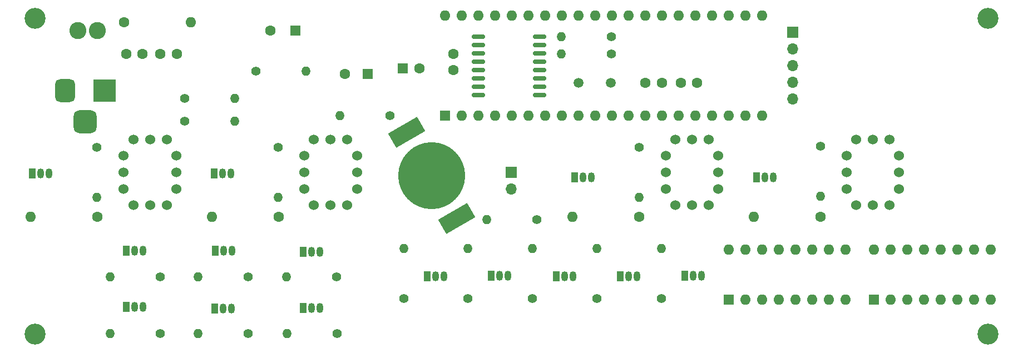
<source format=gbr>
%TF.GenerationSoftware,KiCad,Pcbnew,7.0.0*%
%TF.CreationDate,2023-10-27T18:40:29+08:00*%
%TF.ProjectId,OpenNixie,4f70656e-4e69-4786-9965-2e6b69636164,v3.0*%
%TF.SameCoordinates,Original*%
%TF.FileFunction,Soldermask,Bot*%
%TF.FilePolarity,Negative*%
%FSLAX46Y46*%
G04 Gerber Fmt 4.6, Leading zero omitted, Abs format (unit mm)*
G04 Created by KiCad (PCBNEW 7.0.0) date 2023-10-27 18:40:29*
%MOMM*%
%LPD*%
G01*
G04 APERTURE LIST*
G04 Aperture macros list*
%AMRoundRect*
0 Rectangle with rounded corners*
0 $1 Rounding radius*
0 $2 $3 $4 $5 $6 $7 $8 $9 X,Y pos of 4 corners*
0 Add a 4 corners polygon primitive as box body*
4,1,4,$2,$3,$4,$5,$6,$7,$8,$9,$2,$3,0*
0 Add four circle primitives for the rounded corners*
1,1,$1+$1,$2,$3*
1,1,$1+$1,$4,$5*
1,1,$1+$1,$6,$7*
1,1,$1+$1,$8,$9*
0 Add four rect primitives between the rounded corners*
20,1,$1+$1,$2,$3,$4,$5,0*
20,1,$1+$1,$4,$5,$6,$7,0*
20,1,$1+$1,$6,$7,$8,$9,0*
20,1,$1+$1,$8,$9,$2,$3,0*%
%AMRotRect*
0 Rectangle, with rotation*
0 The origin of the aperture is its center*
0 $1 length*
0 $2 width*
0 $3 Rotation angle, in degrees counterclockwise*
0 Add horizontal line*
21,1,$1,$2,0,0,$3*%
G04 Aperture macros list end*
%ADD10C,1.600000*%
%ADD11C,2.600000*%
%ADD12C,1.400000*%
%ADD13O,1.400000X1.400000*%
%ADD14O,1.600000X1.600000*%
%ADD15R,1.600000X1.600000*%
%ADD16R,1.050000X1.500000*%
%ADD17O,1.050000X1.500000*%
%ADD18C,3.200000*%
%ADD19C,1.524000*%
%ADD20R,1.700000X1.700000*%
%ADD21O,1.700000X1.700000*%
%ADD22R,3.500000X3.500000*%
%ADD23RoundRect,0.750000X-0.750000X-1.000000X0.750000X-1.000000X0.750000X1.000000X-0.750000X1.000000X0*%
%ADD24RoundRect,0.875000X-0.875000X-0.875000X0.875000X-0.875000X0.875000X0.875000X-0.875000X0.875000X0*%
%ADD25RotRect,2.500000X5.100000X120.000000*%
%ADD26C,10.200000*%
%ADD27RoundRect,0.150000X0.875000X0.150000X-0.875000X0.150000X-0.875000X-0.150000X0.875000X-0.150000X0*%
%ADD28C,1.500000*%
G04 APERTURE END LIST*
D10*
%TO.C,C5*%
X97470000Y-78200000D03*
X99970000Y-78200000D03*
%TD*%
D11*
%TO.C,L1*%
X87900000Y-74600000D03*
X84900000Y-74600000D03*
%TD*%
D12*
%TO.C,R5*%
X101200000Y-88400000D03*
D13*
X108819999Y-88399999D03*
%TD*%
D12*
%TO.C,R6*%
X101200000Y-85000000D03*
D13*
X108819999Y-84999999D03*
%TD*%
D12*
%TO.C,R7*%
X111990000Y-80800000D03*
D13*
X119609999Y-80799999D03*
%TD*%
D10*
%TO.C,R8*%
X91920000Y-73400000D03*
D14*
X102079999Y-73399999D03*
%TD*%
D15*
%TO.C,U6*%
X184009999Y-115619999D03*
D14*
X186549999Y-115619999D03*
X189089999Y-115619999D03*
X191629999Y-115619999D03*
X194169999Y-115619999D03*
X196709999Y-115619999D03*
X199249999Y-115619999D03*
X201789999Y-115619999D03*
X201789999Y-107999999D03*
X199249999Y-107999999D03*
X196709999Y-107999999D03*
X194169999Y-107999999D03*
X191629999Y-107999999D03*
X189089999Y-107999999D03*
X186549999Y-107999999D03*
X184009999Y-107999999D03*
%TD*%
D12*
%TO.C,R12*%
X144260000Y-115420000D03*
D13*
X144259999Y-107799999D03*
%TD*%
D16*
%TO.C,Q8*%
X119254999Y-108330152D03*
D17*
X120524999Y-108330152D03*
X121794999Y-108330152D03*
%TD*%
D16*
%TO.C,Q9*%
X119259999Y-116915152D03*
D17*
X120529999Y-116915152D03*
X121799999Y-116915152D03*
%TD*%
D10*
%TO.C,R20*%
X115480000Y-103000000D03*
D14*
X105319999Y-102999999D03*
%TD*%
D12*
%TO.C,R27*%
X198000000Y-92200000D03*
D13*
X197999999Y-99819999D03*
%TD*%
D16*
%TO.C,Q14*%
X105659999Y-96399999D03*
D17*
X106929999Y-96399999D03*
X108199999Y-96399999D03*
%TD*%
D12*
%TO.C,R14*%
X163940000Y-115410000D03*
D13*
X163939999Y-107789999D03*
%TD*%
D16*
%TO.C,Q16*%
X188259999Y-96999999D03*
D17*
X189529999Y-96999999D03*
X190799999Y-96999999D03*
%TD*%
D16*
%TO.C,Q5*%
X147859999Y-111999999D03*
D17*
X149129999Y-111999999D03*
X150399999Y-111999999D03*
%TD*%
D12*
%TO.C,R9*%
X132400000Y-87600000D03*
D13*
X124779999Y-87599999D03*
%TD*%
D15*
%TO.C,C2*%
X129052650Y-81199999D03*
D10*
X125552651Y-81200000D03*
%TD*%
D18*
%TO.C,H1*%
X78384400Y-72796400D03*
%TD*%
D10*
%TO.C,C1*%
X92270000Y-78200000D03*
X94770000Y-78200000D03*
%TD*%
D12*
%TO.C,R1*%
X154810000Y-103400000D03*
D13*
X147189999Y-103399999D03*
%TD*%
D19*
%TO.C,J4*%
X174400000Y-96200000D03*
X174400000Y-98740000D03*
X175860000Y-101200000D03*
X178400000Y-101200000D03*
X180940000Y-101200000D03*
X182400000Y-98740000D03*
X182400000Y-96200000D03*
X182400000Y-93660000D03*
X180940000Y-91200000D03*
X178400000Y-91200000D03*
X175860000Y-91200000D03*
X174400000Y-93660000D03*
%TD*%
D12*
%TO.C,R11*%
X134530000Y-115410000D03*
D13*
X134529999Y-107789999D03*
%TD*%
D12*
%TO.C,R15*%
X124285000Y-112155153D03*
D13*
X116664999Y-112155152D03*
%TD*%
D18*
%TO.C,H3*%
X223469200Y-120853200D03*
%TD*%
D15*
%TO.C,U7*%
X206061999Y-115619999D03*
D14*
X208601999Y-115619999D03*
X211141999Y-115619999D03*
X213681999Y-115619999D03*
X216221999Y-115619999D03*
X218761999Y-115619999D03*
X221301999Y-115619999D03*
X223841999Y-115619999D03*
X223841999Y-107999999D03*
X221301999Y-107999999D03*
X218761999Y-107999999D03*
X216221999Y-107999999D03*
X213681999Y-107999999D03*
X211141999Y-107999999D03*
X208601999Y-107999999D03*
X206061999Y-107999999D03*
%TD*%
D16*
%TO.C,Q15*%
X160529999Y-96989999D03*
D17*
X161799999Y-96989999D03*
X163069999Y-96989999D03*
%TD*%
D19*
%TO.C,J5*%
X201900000Y-96200000D03*
X201900000Y-98740000D03*
X203360000Y-101200000D03*
X205900000Y-101200000D03*
X208440000Y-101200000D03*
X209900000Y-98740000D03*
X209900000Y-96200000D03*
X209900000Y-93660000D03*
X208440000Y-91200000D03*
X205900000Y-91200000D03*
X203360000Y-91200000D03*
X201900000Y-93660000D03*
%TD*%
%TO.C,J3*%
X119400000Y-96200000D03*
X119400000Y-98740000D03*
X120860000Y-101200000D03*
X123400000Y-101200000D03*
X125940000Y-101200000D03*
X127400000Y-98740000D03*
X127400000Y-96200000D03*
X127400000Y-93660000D03*
X125940000Y-91200000D03*
X123400000Y-91200000D03*
X120860000Y-91200000D03*
X119400000Y-93660000D03*
%TD*%
D20*
%TO.C,NE1*%
X150899999Y-96199999D03*
D21*
X150899999Y-98739999D03*
%TD*%
D19*
%TO.C,J2*%
X91900000Y-96200000D03*
X91900000Y-98740000D03*
X93360000Y-101200000D03*
X95900000Y-101200000D03*
X98440000Y-101200000D03*
X99900000Y-98740000D03*
X99900000Y-96200000D03*
X99900000Y-93660000D03*
X98440000Y-91200000D03*
X95900000Y-91200000D03*
X93360000Y-91200000D03*
X91900000Y-93660000D03*
%TD*%
D16*
%TO.C,Q11*%
X105739999Y-116935942D03*
D17*
X107009999Y-116935942D03*
X108279999Y-116935942D03*
%TD*%
D12*
%TO.C,R24*%
X87800000Y-92400000D03*
D13*
X87799999Y-100019999D03*
%TD*%
D12*
%TO.C,R19*%
X97470000Y-112155153D03*
D13*
X89849999Y-112155152D03*
%TD*%
D18*
%TO.C,H2*%
X223418400Y-72796400D03*
%TD*%
D16*
%TO.C,Q7*%
X167469999Y-112009999D03*
D17*
X168739999Y-112009999D03*
X170009999Y-112009999D03*
%TD*%
D16*
%TO.C,Q12*%
X92329999Y-108155152D03*
D17*
X93599999Y-108155152D03*
X94869999Y-108155152D03*
%TD*%
D10*
%TO.C,R22*%
X87880000Y-103000000D03*
D14*
X77719999Y-102999999D03*
%TD*%
D16*
%TO.C,Q3*%
X92269999Y-116745152D03*
D17*
X93539999Y-116745152D03*
X94809999Y-116745152D03*
%TD*%
D15*
%TO.C,C4*%
X134394887Y-80399999D03*
D10*
X136894888Y-80400000D03*
%TD*%
D12*
%TO.C,R3*%
X173730000Y-115400000D03*
D13*
X173729999Y-107779999D03*
%TD*%
D10*
%TO.C,R21*%
X198000000Y-103000000D03*
D14*
X187839999Y-102999999D03*
%TD*%
D22*
%TO.C,J1*%
X88999999Y-83799999D03*
D23*
X83000000Y-83800000D03*
D24*
X86000000Y-88500000D03*
%TD*%
D16*
%TO.C,Q4*%
X138129999Y-112009999D03*
D17*
X139399999Y-112009999D03*
X140669999Y-112009999D03*
%TD*%
D12*
%TO.C,R18*%
X110880000Y-120765153D03*
D13*
X103259999Y-120765152D03*
%TD*%
D15*
%TO.C,U4*%
X140769999Y-87599999D03*
D14*
X143309999Y-87599999D03*
X145849999Y-87599999D03*
X148389999Y-87599999D03*
X150929999Y-87599999D03*
X153469999Y-87599999D03*
X156009999Y-87599999D03*
X158549999Y-87599999D03*
X161089999Y-87599999D03*
X163629999Y-87599999D03*
X166169999Y-87599999D03*
X168709999Y-87599999D03*
X171249999Y-87599999D03*
X173789999Y-87599999D03*
X176329999Y-87599999D03*
X178869999Y-87599999D03*
X181409999Y-87599999D03*
X183949999Y-87599999D03*
X186489999Y-87599999D03*
X189029999Y-87599999D03*
X189029999Y-72359999D03*
X186489999Y-72359999D03*
X183949999Y-72359999D03*
X181409999Y-72359999D03*
X178869999Y-72359999D03*
X176329999Y-72359999D03*
X173789999Y-72359999D03*
X171249999Y-72359999D03*
X168709999Y-72359999D03*
X166169999Y-72359999D03*
X163629999Y-72359999D03*
X161089999Y-72359999D03*
X158549999Y-72359999D03*
X156009999Y-72359999D03*
X153469999Y-72359999D03*
X150929999Y-72359999D03*
X148389999Y-72359999D03*
X145849999Y-72359999D03*
X143309999Y-72359999D03*
X140769999Y-72359999D03*
%TD*%
D12*
%TO.C,R17*%
X110870000Y-112155153D03*
D13*
X103249999Y-112155152D03*
%TD*%
D18*
%TO.C,H4*%
X78384400Y-120853200D03*
%TD*%
D10*
%TO.C,R23*%
X170400000Y-103000000D03*
D14*
X160239999Y-102999999D03*
%TD*%
D16*
%TO.C,Q10*%
X105869999Y-108125942D03*
D17*
X107139999Y-108125942D03*
X108409999Y-108125942D03*
%TD*%
D12*
%TO.C,R25*%
X115400000Y-92380000D03*
D13*
X115399999Y-99999999D03*
%TD*%
D12*
%TO.C,R26*%
X170400000Y-92380000D03*
D13*
X170399999Y-99999999D03*
%TD*%
D16*
%TO.C,Q1*%
X177259999Y-111999999D03*
D17*
X178529999Y-111999999D03*
X179799999Y-111999999D03*
%TD*%
D16*
%TO.C,Q13*%
X77999999Y-96399999D03*
D17*
X79269999Y-96399999D03*
X80539999Y-96399999D03*
%TD*%
D16*
%TO.C,Q6*%
X157739999Y-112009999D03*
D17*
X159009999Y-112009999D03*
X160279999Y-112009999D03*
%TD*%
D12*
%TO.C,R10*%
X97470000Y-120745153D03*
D13*
X89849999Y-120745152D03*
%TD*%
D12*
%TO.C,R13*%
X154140000Y-115410000D03*
D13*
X154139999Y-107789999D03*
%TD*%
D12*
%TO.C,R16*%
X124410000Y-120765153D03*
D13*
X116789999Y-120765152D03*
%TD*%
D15*
%TO.C,C3*%
X118002650Y-74599999D03*
D10*
X114202651Y-74600000D03*
%TD*%
D12*
%TO.C,R2*%
X166160000Y-78200000D03*
D13*
X158539999Y-78199999D03*
%TD*%
D20*
%TO.C,U2*%
X193749999Y-74879999D03*
D21*
X193749999Y-77419999D03*
X193749999Y-79959999D03*
X193749999Y-82499999D03*
X193749999Y-85039999D03*
%TD*%
D25*
%TO.C,BT1*%
X142599999Y-103281792D03*
X134999999Y-90118206D03*
D26*
X138800000Y-96700000D03*
%TD*%
D27*
%TO.C,U5*%
X155200000Y-75555000D03*
X155200000Y-76825000D03*
X155200000Y-78095000D03*
X155200000Y-79365000D03*
X155200000Y-80635000D03*
X155200000Y-81905000D03*
X155200000Y-83175000D03*
X155200000Y-84445000D03*
X145900000Y-84445000D03*
X145900000Y-83175000D03*
X145900000Y-81905000D03*
X145900000Y-80635000D03*
X145900000Y-79365000D03*
X145900000Y-78095000D03*
X145900000Y-76825000D03*
X145900000Y-75555000D03*
%TD*%
D10*
%TO.C,C8*%
X171300000Y-82600000D03*
X173800000Y-82600000D03*
%TD*%
D28*
%TO.C,Y1*%
X161100000Y-82600000D03*
X166000000Y-82600000D03*
%TD*%
D10*
%TO.C,C7*%
X142100000Y-78150000D03*
X142100000Y-80650000D03*
%TD*%
%TO.C,C6*%
X176700000Y-82600000D03*
X179200000Y-82600000D03*
%TD*%
D12*
%TO.C,R4*%
X166160000Y-75600000D03*
D13*
X158539999Y-75599999D03*
%TD*%
M02*

</source>
